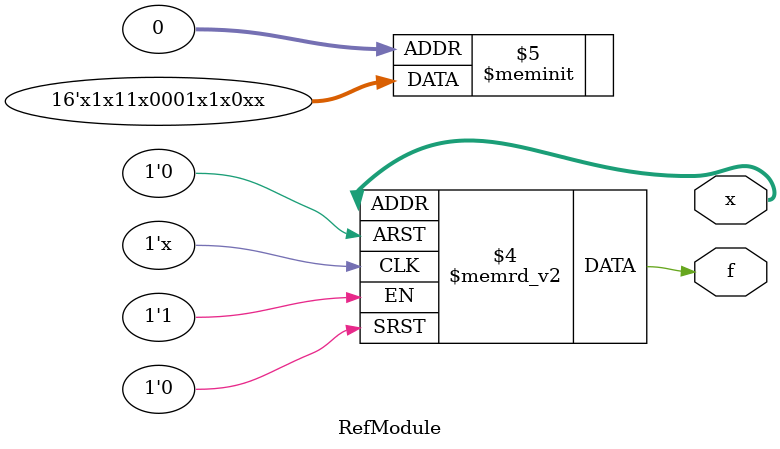
<source format=sv>

module RefModule (
  output [3:0] x,
  output logic f
);

  always @(*) begin
    case (x)
      4'h0: f = 1'bx;
      4'h1: f = 1'bx;
      4'h2: f = 0;
      4'h3: f = 1'bx;
      4'h4: f = 1;
      4'h5: f = 1'bx;
      4'h6: f = 1;
      4'h7: f = 0;
      4'h8: f = 0;
      4'h9: f = 0;
      4'ha: f = 1'bx;
      4'hb: f = 1;
      4'hc: f = 1;
      4'hd: f = 1'bx;
      4'he: f = 1;
      4'hf: f = 1'bx;
    endcase
  end

endmodule


</source>
